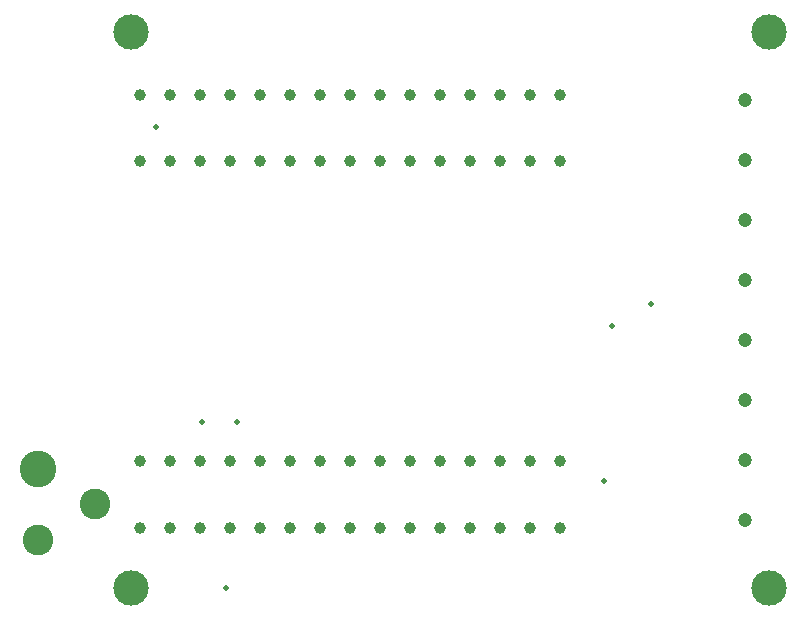
<source format=gbr>
%TF.GenerationSoftware,Altium Limited,Altium Designer,23.4.1 (23)*%
G04 Layer_Color=0*
%FSLAX45Y45*%
%MOMM*%
%TF.SameCoordinates,EC373B95-F81A-4979-A11E-F0651E9AEA0C*%
%TF.FilePolarity,Positive*%
%TF.FileFunction,Plated,1,2,PTH,Drill*%
%TF.Part,Single*%
G01*
G75*
%TA.AperFunction,ComponentDrill*%
%ADD56C,1.20000*%
%TA.AperFunction,OtherDrill,Pad Free-27 (68mm,52mm)*%
%ADD57C,3.00000*%
%TA.AperFunction,ComponentDrill*%
%ADD58C,1.00000*%
%TA.AperFunction,OtherDrill,Pad Free-27 (68mm,5mm)*%
%ADD59C,3.00000*%
%TA.AperFunction,OtherDrill,Pad Free-27 (14mm,5mm)*%
%ADD60C,3.00000*%
%TA.AperFunction,OtherDrill,Pad Free-27 (14mm,52mm)*%
%ADD61C,3.00000*%
%TA.AperFunction,ComponentDrill*%
%ADD62C,3.10000*%
%ADD63C,2.60000*%
%TA.AperFunction,ViaDrill,NotFilled*%
%ADD64C,0.50000*%
D56*
X6600000Y1070000D02*
D03*
Y2086000D02*
D03*
Y1578000D02*
D03*
Y3102000D02*
D03*
Y2594000D02*
D03*
Y4118000D02*
D03*
Y4626000D02*
D03*
Y3610000D02*
D03*
D57*
X6800000Y5200000D02*
D03*
D58*
X4526000Y4110000D02*
D03*
X4272000D02*
D03*
X4018000D02*
D03*
X3764000D02*
D03*
X3510000D02*
D03*
X3256000D02*
D03*
X2748000D02*
D03*
X1478000D02*
D03*
X1732000D02*
D03*
X1986000D02*
D03*
X2240000D02*
D03*
X2494000D02*
D03*
X3002000D02*
D03*
X4780000D02*
D03*
X5034000D02*
D03*
X4526000Y1570000D02*
D03*
X4272000D02*
D03*
X4018000D02*
D03*
X3764000D02*
D03*
X3510000D02*
D03*
X3256000D02*
D03*
X2748000D02*
D03*
X1478000D02*
D03*
X1732000D02*
D03*
X1986000D02*
D03*
X2240000D02*
D03*
X2494000D02*
D03*
X3002000D02*
D03*
X4780000D02*
D03*
X5034000D02*
D03*
X2748000Y1008000D02*
D03*
X3002000D02*
D03*
X3256000D02*
D03*
X3510000D02*
D03*
X3764000D02*
D03*
X4018000D02*
D03*
X4272000D02*
D03*
X4526000D02*
D03*
X4780000D02*
D03*
X5034000D02*
D03*
X2748000Y4672000D02*
D03*
X3002000D02*
D03*
X3256000D02*
D03*
X3510000D02*
D03*
X3764000D02*
D03*
X4018000D02*
D03*
X4272000D02*
D03*
X4526000D02*
D03*
X4780000D02*
D03*
X5034000D02*
D03*
X2494000Y1008000D02*
D03*
X2240000D02*
D03*
X1986000D02*
D03*
X1732000D02*
D03*
X1478000D02*
D03*
X2494000Y4672000D02*
D03*
X2240000D02*
D03*
X1986000D02*
D03*
X1732000D02*
D03*
X1478000D02*
D03*
D59*
X6800000Y500000D02*
D03*
D60*
X1400000D02*
D03*
D61*
Y5200000D02*
D03*
D62*
X606900Y1501749D02*
D03*
D63*
Y904849D02*
D03*
X1089500Y1209649D02*
D03*
D64*
X2200000Y500000D02*
D03*
X5800000Y2900000D02*
D03*
X5400000Y1400000D02*
D03*
X2300000Y1900000D02*
D03*
X2000000D02*
D03*
X5470000Y2710000D02*
D03*
X1610000Y4400000D02*
D03*
%TF.MD5,523914c17f8c9892b75b4714d2eb1bd6*%
M02*

</source>
